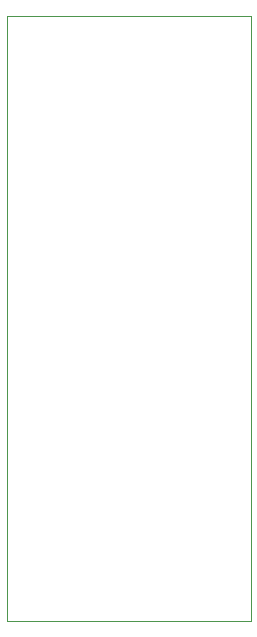
<source format=gbr>
%TF.GenerationSoftware,KiCad,Pcbnew,6.0.11-2627ca5db0~126~ubuntu20.04.1*%
%TF.CreationDate,2023-02-28T16:59:55+07:00*%
%TF.ProjectId,Bluepill-USB-C,426c7565-7069-46c6-9c2d-5553422d432e,rev?*%
%TF.SameCoordinates,Original*%
%TF.FileFunction,Profile,NP*%
%FSLAX46Y46*%
G04 Gerber Fmt 4.6, Leading zero omitted, Abs format (unit mm)*
G04 Created by KiCad (PCBNEW 6.0.11-2627ca5db0~126~ubuntu20.04.1) date 2023-02-28 16:59:55*
%MOMM*%
%LPD*%
G01*
G04 APERTURE LIST*
%TA.AperFunction,Profile*%
%ADD10C,0.100000*%
%TD*%
G04 APERTURE END LIST*
D10*
X160502800Y-128525400D02*
X160502800Y-77265400D01*
X139826800Y-128525400D02*
X160502800Y-128525400D01*
X139826800Y-128525400D02*
X139826800Y-77265400D01*
X139826800Y-77265400D02*
X160502800Y-77265400D01*
M02*

</source>
